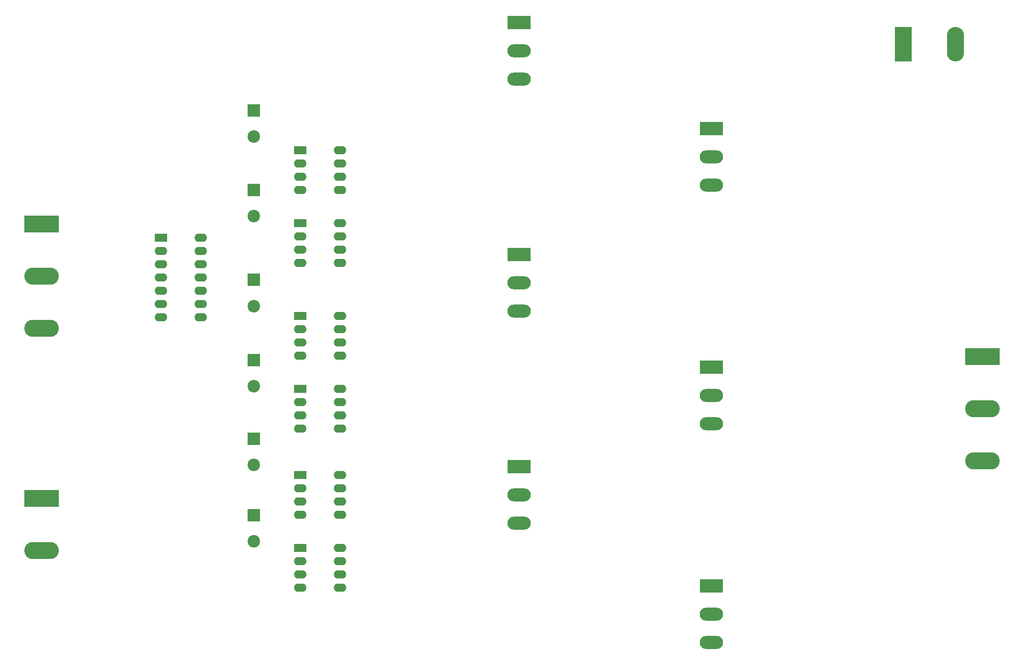
<source format=gbr>
%TF.GenerationSoftware,KiCad,Pcbnew,7.0.1*%
%TF.CreationDate,2023-04-13T18:21:32+09:00*%
%TF.ProjectId,motor_driver,6d6f746f-725f-4647-9269-7665722e6b69,rev?*%
%TF.SameCoordinates,Original*%
%TF.FileFunction,Soldermask,Top*%
%TF.FilePolarity,Negative*%
%FSLAX46Y46*%
G04 Gerber Fmt 4.6, Leading zero omitted, Abs format (unit mm)*
G04 Created by KiCad (PCBNEW 7.0.1) date 2023-04-13 18:21:32*
%MOMM*%
%LPD*%
G01*
G04 APERTURE LIST*
%ADD10R,2.400000X1.600000*%
%ADD11O,2.400000X1.600000*%
%ADD12R,2.400000X2.400000*%
%ADD13C,2.400000*%
%ADD14R,4.500000X2.500000*%
%ADD15O,4.500000X2.500000*%
%ADD16R,6.600000X3.300000*%
%ADD17O,6.600000X3.300000*%
%ADD18R,3.300000X6.600000*%
%ADD19O,3.300000X6.600000*%
G04 APERTURE END LIST*
D10*
%TO.C,U8*%
X89080000Y-109220000D03*
D11*
X89080000Y-111760000D03*
X89080000Y-114300000D03*
X89080000Y-116840000D03*
X96700000Y-116840000D03*
X96700000Y-114300000D03*
X96700000Y-111760000D03*
X96700000Y-109220000D03*
%TD*%
D10*
%TO.C,U9*%
X89080000Y-123190000D03*
D11*
X89080000Y-125730000D03*
X89080000Y-128270000D03*
X89080000Y-130810000D03*
X96700000Y-130810000D03*
X96700000Y-128270000D03*
X96700000Y-125730000D03*
X96700000Y-123190000D03*
%TD*%
D12*
%TO.C,C8*%
X80190000Y-87211000D03*
D13*
X80190000Y-92211000D03*
%TD*%
D14*
%TO.C,Q2*%
X167820000Y-42810000D03*
D15*
X167820000Y-48260000D03*
X167820000Y-53710000D03*
%TD*%
D14*
%TO.C,Q6*%
X167820000Y-130440000D03*
D15*
X167820000Y-135890000D03*
X167820000Y-141340000D03*
%TD*%
D14*
%TO.C,Q5*%
X130990000Y-107580000D03*
D15*
X130990000Y-113030000D03*
X130990000Y-118480000D03*
%TD*%
D12*
%TO.C,C7*%
X80190000Y-71835000D03*
D13*
X80190000Y-76835000D03*
%TD*%
D16*
%TO.C,J2*%
X39550000Y-61120000D03*
D17*
X39550000Y-71120000D03*
X39550000Y-81120000D03*
%TD*%
D12*
%TO.C,C3*%
X80190000Y-39370000D03*
D13*
X80190000Y-44370000D03*
%TD*%
D14*
%TO.C,Q3*%
X130990000Y-66940000D03*
D15*
X130990000Y-72390000D03*
X130990000Y-77840000D03*
%TD*%
D10*
%TO.C,U6*%
X89080000Y-78740000D03*
D11*
X89080000Y-81280000D03*
X89080000Y-83820000D03*
X89080000Y-86360000D03*
X96700000Y-86360000D03*
X96700000Y-83820000D03*
X96700000Y-81280000D03*
X96700000Y-78740000D03*
%TD*%
D10*
%TO.C,U7*%
X89080000Y-92710000D03*
D11*
X89080000Y-95250000D03*
X89080000Y-97790000D03*
X89080000Y-100330000D03*
X96700000Y-100330000D03*
X96700000Y-97790000D03*
X96700000Y-95250000D03*
X96700000Y-92710000D03*
%TD*%
D14*
%TO.C,Q4*%
X167820000Y-88530000D03*
D15*
X167820000Y-93980000D03*
X167820000Y-99430000D03*
%TD*%
D18*
%TO.C,J1*%
X204550000Y-26670000D03*
D19*
X214550000Y-26670000D03*
%TD*%
D10*
%TO.C,U5*%
X89080000Y-60960000D03*
D11*
X89080000Y-63500000D03*
X89080000Y-66040000D03*
X89080000Y-68580000D03*
X96700000Y-68580000D03*
X96700000Y-66040000D03*
X96700000Y-63500000D03*
X96700000Y-60960000D03*
%TD*%
D10*
%TO.C,U4*%
X89065000Y-47000000D03*
D11*
X89065000Y-49540000D03*
X89065000Y-52080000D03*
X89065000Y-54620000D03*
X96685000Y-54620000D03*
X96685000Y-52080000D03*
X96685000Y-49540000D03*
X96685000Y-47000000D03*
%TD*%
D16*
%TO.C,J3*%
X39550000Y-113665000D03*
D17*
X39550000Y-123665000D03*
%TD*%
D12*
%TO.C,C11*%
X80190000Y-102235000D03*
D13*
X80190000Y-107235000D03*
%TD*%
D12*
%TO.C,C4*%
X80190000Y-116920000D03*
D13*
X80190000Y-121920000D03*
%TD*%
D12*
%TO.C,C12*%
X80190000Y-54610000D03*
D13*
X80190000Y-59610000D03*
%TD*%
D16*
%TO.C,J8*%
X219710000Y-86520000D03*
D17*
X219710000Y-96520000D03*
X219710000Y-106520000D03*
%TD*%
D14*
%TO.C,Q1*%
X130990000Y-22490000D03*
D15*
X130990000Y-27940000D03*
X130990000Y-33390000D03*
%TD*%
D10*
%TO.C,U1*%
X62410000Y-63754000D03*
D11*
X62410000Y-66294000D03*
X62410000Y-68834000D03*
X62410000Y-71374000D03*
X62410000Y-73914000D03*
X62410000Y-76454000D03*
X62410000Y-78994000D03*
X70030000Y-78994000D03*
X70030000Y-76454000D03*
X70030000Y-73914000D03*
X70030000Y-71374000D03*
X70030000Y-68834000D03*
X70030000Y-66294000D03*
X70030000Y-63754000D03*
%TD*%
M02*

</source>
